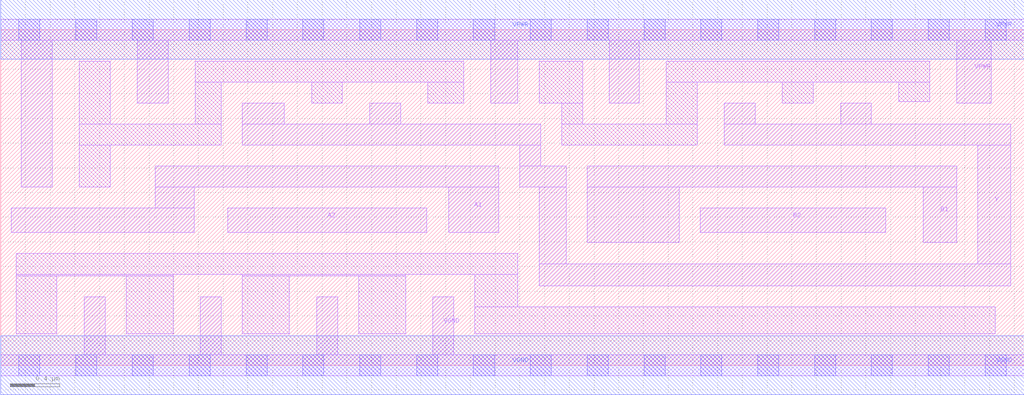
<source format=lef>
# Copyright 2020 The SkyWater PDK Authors
#
# Licensed under the Apache License, Version 2.0 (the "License");
# you may not use this file except in compliance with the License.
# You may obtain a copy of the License at
#
#     https://www.apache.org/licenses/LICENSE-2.0
#
# Unless required by applicable law or agreed to in writing, software
# distributed under the License is distributed on an "AS IS" BASIS,
# WITHOUT WARRANTIES OR CONDITIONS OF ANY KIND, either express or implied.
# See the License for the specific language governing permissions and
# limitations under the License.
#
# SPDX-License-Identifier: Apache-2.0

VERSION 5.7 ;
  NAMESCASESENSITIVE ON ;
  NOWIREEXTENSIONATPIN ON ;
  DIVIDERCHAR "/" ;
  BUSBITCHARS "[]" ;
UNITS
  DATABASE MICRONS 200 ;
END UNITS
PROPERTYDEFINITIONS
  MACRO maskLayoutSubType STRING ;
  MACRO prCellType STRING ;
  MACRO originalViewName STRING ;
END PROPERTYDEFINITIONS
MACRO sky130_fd_sc_hdll__o22ai_4
  CLASS CORE ;
  FOREIGN sky130_fd_sc_hdll__o22ai_4 ;
  ORIGIN  0.000000  0.000000 ;
  SIZE  8.280000 BY  2.720000 ;
  SYMMETRY X Y R90 ;
  SITE unithd ;
  PIN A1
    ANTENNAGATEAREA  1.110000 ;
    DIRECTION INPUT ;
    USE SIGNAL ;
    PORT
      LAYER li1 ;
        RECT 0.085000 1.075000 1.565000 1.275000 ;
        RECT 1.250000 1.275000 1.565000 1.445000 ;
        RECT 1.250000 1.445000 4.030000 1.615000 ;
        RECT 3.625000 1.075000 4.030000 1.445000 ;
    END
  END A1
  PIN A2
    ANTENNAGATEAREA  1.110000 ;
    DIRECTION INPUT ;
    USE SIGNAL ;
    PORT
      LAYER li1 ;
        RECT 1.835000 1.075000 3.445000 1.275000 ;
    END
  END A2
  PIN B1
    ANTENNAGATEAREA  1.110000 ;
    DIRECTION INPUT ;
    USE SIGNAL ;
    PORT
      LAYER li1 ;
        RECT 4.745000 0.995000 5.490000 1.445000 ;
        RECT 4.745000 1.445000 7.735000 1.615000 ;
        RECT 7.465000 0.995000 7.735000 1.445000 ;
    END
  END B1
  PIN B2
    ANTENNAGATEAREA  1.110000 ;
    DIRECTION INPUT ;
    USE SIGNAL ;
    PORT
      LAYER li1 ;
        RECT 5.660000 1.075000 7.160000 1.275000 ;
    END
  END B2
  PIN VGND
    ANTENNADIFFAREA  0.799500 ;
    DIRECTION INOUT ;
    USE SIGNAL ;
    PORT
      LAYER li1 ;
        RECT 0.000000 -0.085000 8.280000 0.085000 ;
        RECT 0.675000  0.085000 0.845000 0.555000 ;
        RECT 1.615000  0.085000 1.785000 0.555000 ;
        RECT 2.555000  0.085000 2.725000 0.555000 ;
        RECT 3.495000  0.085000 3.665000 0.555000 ;
      LAYER mcon ;
        RECT 0.145000 -0.085000 0.315000 0.085000 ;
        RECT 0.605000 -0.085000 0.775000 0.085000 ;
        RECT 1.065000 -0.085000 1.235000 0.085000 ;
        RECT 1.525000 -0.085000 1.695000 0.085000 ;
        RECT 1.985000 -0.085000 2.155000 0.085000 ;
        RECT 2.445000 -0.085000 2.615000 0.085000 ;
        RECT 2.905000 -0.085000 3.075000 0.085000 ;
        RECT 3.365000 -0.085000 3.535000 0.085000 ;
        RECT 3.825000 -0.085000 3.995000 0.085000 ;
        RECT 4.285000 -0.085000 4.455000 0.085000 ;
        RECT 4.745000 -0.085000 4.915000 0.085000 ;
        RECT 5.205000 -0.085000 5.375000 0.085000 ;
        RECT 5.665000 -0.085000 5.835000 0.085000 ;
        RECT 6.125000 -0.085000 6.295000 0.085000 ;
        RECT 6.585000 -0.085000 6.755000 0.085000 ;
        RECT 7.045000 -0.085000 7.215000 0.085000 ;
        RECT 7.505000 -0.085000 7.675000 0.085000 ;
        RECT 7.965000 -0.085000 8.135000 0.085000 ;
      LAYER met1 ;
        RECT 0.000000 -0.240000 8.280000 0.240000 ;
    END
  END VGND
  PIN VPWR
    ANTENNADIFFAREA  1.490000 ;
    DIRECTION INOUT ;
    USE SIGNAL ;
    PORT
      LAYER li1 ;
        RECT 0.000000 2.635000 8.280000 2.805000 ;
        RECT 0.165000 1.445000 0.415000 2.635000 ;
        RECT 1.105000 2.125000 1.355000 2.635000 ;
        RECT 3.965000 2.125000 4.185000 2.635000 ;
        RECT 4.925000 2.125000 5.165000 2.635000 ;
        RECT 7.735000 2.125000 8.015000 2.635000 ;
      LAYER mcon ;
        RECT 0.145000 2.635000 0.315000 2.805000 ;
        RECT 0.605000 2.635000 0.775000 2.805000 ;
        RECT 1.065000 2.635000 1.235000 2.805000 ;
        RECT 1.525000 2.635000 1.695000 2.805000 ;
        RECT 1.985000 2.635000 2.155000 2.805000 ;
        RECT 2.445000 2.635000 2.615000 2.805000 ;
        RECT 2.905000 2.635000 3.075000 2.805000 ;
        RECT 3.365000 2.635000 3.535000 2.805000 ;
        RECT 3.825000 2.635000 3.995000 2.805000 ;
        RECT 4.285000 2.635000 4.455000 2.805000 ;
        RECT 4.745000 2.635000 4.915000 2.805000 ;
        RECT 5.205000 2.635000 5.375000 2.805000 ;
        RECT 5.665000 2.635000 5.835000 2.805000 ;
        RECT 6.125000 2.635000 6.295000 2.805000 ;
        RECT 6.585000 2.635000 6.755000 2.805000 ;
        RECT 7.045000 2.635000 7.215000 2.805000 ;
        RECT 7.505000 2.635000 7.675000 2.805000 ;
        RECT 7.965000 2.635000 8.135000 2.805000 ;
      LAYER met1 ;
        RECT 0.000000 2.480000 8.280000 2.960000 ;
    END
  END VPWR
  PIN Y
    ANTENNADIFFAREA  1.959500 ;
    DIRECTION OUTPUT ;
    USE SIGNAL ;
    PORT
      LAYER li1 ;
        RECT 1.955000 1.785000 4.370000 1.955000 ;
        RECT 1.955000 1.955000 2.295000 2.125000 ;
        RECT 2.985000 1.955000 3.235000 2.125000 ;
        RECT 4.200000 1.445000 4.575000 1.615000 ;
        RECT 4.200000 1.615000 4.370000 1.785000 ;
        RECT 4.355000 0.645000 8.170000 0.820000 ;
        RECT 4.355000 0.820000 4.575000 1.445000 ;
        RECT 5.855000 1.785000 8.170000 1.955000 ;
        RECT 5.855000 1.955000 6.105000 2.125000 ;
        RECT 6.795000 1.955000 7.045000 2.125000 ;
        RECT 7.905000 0.820000 8.170000 1.785000 ;
    END
  END Y
  OBS
    LAYER li1 ;
      RECT 0.125000 0.255000 0.455000 0.725000 ;
      RECT 0.125000 0.725000 1.395000 0.735000 ;
      RECT 0.125000 0.735000 4.185000 0.905000 ;
      RECT 0.635000 1.445000 0.885000 1.785000 ;
      RECT 0.635000 1.785000 1.785000 1.955000 ;
      RECT 0.635000 1.955000 0.885000 2.465000 ;
      RECT 1.015000 0.255000 1.395000 0.725000 ;
      RECT 1.575000 1.955000 1.785000 2.295000 ;
      RECT 1.575000 2.295000 3.745000 2.465000 ;
      RECT 1.955000 0.255000 2.335000 0.725000 ;
      RECT 1.955000 0.725000 3.275000 0.735000 ;
      RECT 2.515000 2.125000 2.765000 2.295000 ;
      RECT 2.895000 0.255000 3.275000 0.725000 ;
      RECT 3.455000 2.125000 3.745000 2.295000 ;
      RECT 3.835000 0.255000 8.045000 0.475000 ;
      RECT 3.835000 0.475000 4.185000 0.735000 ;
      RECT 4.355000 2.125000 4.710000 2.465000 ;
      RECT 4.540000 1.785000 5.635000 1.955000 ;
      RECT 4.540000 1.955000 4.710000 2.125000 ;
      RECT 5.385000 1.955000 5.635000 2.295000 ;
      RECT 5.385000 2.295000 7.515000 2.465000 ;
      RECT 6.325000 2.125000 6.575000 2.295000 ;
      RECT 7.265000 2.135000 7.515000 2.295000 ;
  END
  PROPERTY maskLayoutSubType "abstract" ;
  PROPERTY prCellType "standard" ;
  PROPERTY originalViewName "layout" ;
END sky130_fd_sc_hdll__o22ai_4

</source>
